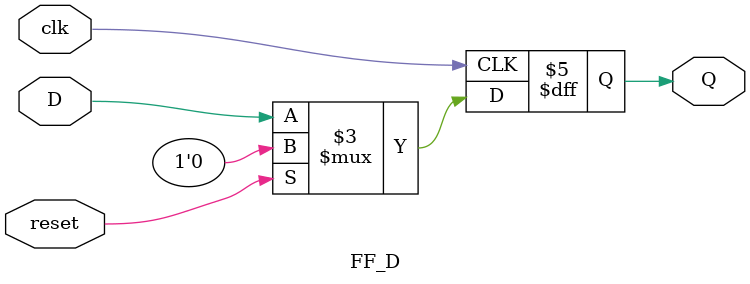
<source format=v>
`timescale 1ns / 1ps


module FF_D(
    input D,
    input clk,
    input reset,
    output reg Q
   );   
    
    always @(posedge clk)begin
            if(reset)begin
                Q <= 1'b0;
            end else begin
                Q <= D;
            end   
    end 
endmodule

</source>
